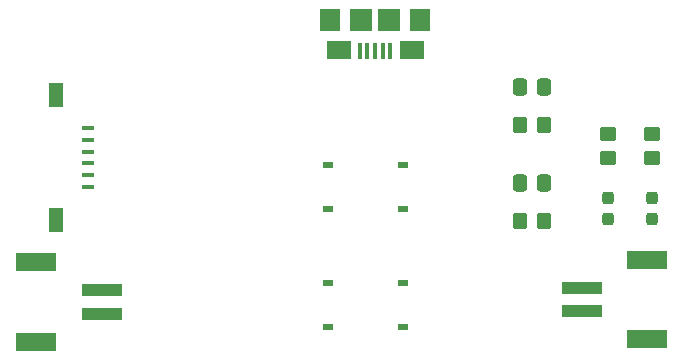
<source format=gtp>
G04 #@! TF.GenerationSoftware,KiCad,Pcbnew,8.0.0*
G04 #@! TF.CreationDate,2024-03-04T18:14:40-06:00*
G04 #@! TF.ProjectId,MicrocontrollerUnitBoard,4d696372-6f63-46f6-9e74-726f6c6c6572,rev?*
G04 #@! TF.SameCoordinates,Original*
G04 #@! TF.FileFunction,Paste,Top*
G04 #@! TF.FilePolarity,Positive*
%FSLAX46Y46*%
G04 Gerber Fmt 4.6, Leading zero omitted, Abs format (unit mm)*
G04 Created by KiCad (PCBNEW 8.0.0) date 2024-03-04 18:14:40*
%MOMM*%
%LPD*%
G01*
G04 APERTURE LIST*
G04 Aperture macros list*
%AMRoundRect*
0 Rectangle with rounded corners*
0 $1 Rounding radius*
0 $2 $3 $4 $5 $6 $7 $8 $9 X,Y pos of 4 corners*
0 Add a 4 corners polygon primitive as box body*
4,1,4,$2,$3,$4,$5,$6,$7,$8,$9,$2,$3,0*
0 Add four circle primitives for the rounded corners*
1,1,$1+$1,$2,$3*
1,1,$1+$1,$4,$5*
1,1,$1+$1,$6,$7*
1,1,$1+$1,$8,$9*
0 Add four rect primitives between the rounded corners*
20,1,$1+$1,$2,$3,$4,$5,0*
20,1,$1+$1,$4,$5,$6,$7,0*
20,1,$1+$1,$6,$7,$8,$9,0*
20,1,$1+$1,$8,$9,$2,$3,0*%
G04 Aperture macros list end*
%ADD10RoundRect,0.237500X0.237500X-0.287500X0.237500X0.287500X-0.237500X0.287500X-0.237500X-0.287500X0*%
%ADD11R,3.500000X1.000000*%
%ADD12R,3.400000X1.500000*%
%ADD13RoundRect,0.250000X0.337500X0.475000X-0.337500X0.475000X-0.337500X-0.475000X0.337500X-0.475000X0*%
%ADD14R,1.000000X0.400000*%
%ADD15R,1.300000X2.000000*%
%ADD16RoundRect,0.250000X0.350000X0.450000X-0.350000X0.450000X-0.350000X-0.450000X0.350000X-0.450000X0*%
%ADD17RoundRect,0.250000X0.450000X-0.350000X0.450000X0.350000X-0.450000X0.350000X-0.450000X-0.350000X0*%
%ADD18R,0.950500X0.558800*%
%ADD19R,0.400000X1.350000*%
%ADD20R,2.100000X1.600000*%
%ADD21R,1.800000X1.900000*%
%ADD22R,1.900000X1.900000*%
G04 APERTURE END LIST*
D10*
X155679500Y-101309500D03*
X155679500Y-99559500D03*
D11*
X149771000Y-109125000D03*
X149771000Y-107125000D03*
D12*
X155321000Y-111475000D03*
X155321000Y-104775000D03*
D13*
X146579500Y-98298000D03*
X144504500Y-98298000D03*
D14*
X107982999Y-93604995D03*
X107982999Y-94604995D03*
X107982999Y-95604996D03*
X107982999Y-96604994D03*
X107982999Y-97604995D03*
X107982999Y-98604995D03*
D15*
X105283000Y-90805000D03*
X105283000Y-101404990D03*
D16*
X146542000Y-93345000D03*
X144542000Y-93345000D03*
D17*
X152019000Y-96123000D03*
X152019000Y-94123000D03*
D18*
X128270000Y-106735001D03*
X128270000Y-110434999D03*
X134630698Y-110434999D03*
X134630698Y-106735001D03*
D16*
X146542000Y-101473000D03*
X144542000Y-101473000D03*
D11*
X109144000Y-107341000D03*
X109144000Y-109341000D03*
D12*
X103594000Y-104991000D03*
X103594000Y-111691000D03*
D17*
X155702000Y-96123000D03*
X155702000Y-94123000D03*
D19*
X133577000Y-87130000D03*
X132927000Y-87130000D03*
X132277000Y-87130000D03*
X131627000Y-87130000D03*
X130977000Y-87130000D03*
D20*
X135377000Y-87005000D03*
X129177000Y-87005000D03*
D21*
X136077000Y-84455000D03*
D22*
X133477000Y-84455000D03*
X131077000Y-84455000D03*
D21*
X128477000Y-84455000D03*
D13*
X146579500Y-90170000D03*
X144504500Y-90170000D03*
D18*
X128270000Y-96757002D03*
X128270000Y-100457000D03*
X134630698Y-100457000D03*
X134630698Y-96757002D03*
D10*
X151996500Y-101309500D03*
X151996500Y-99559500D03*
M02*

</source>
